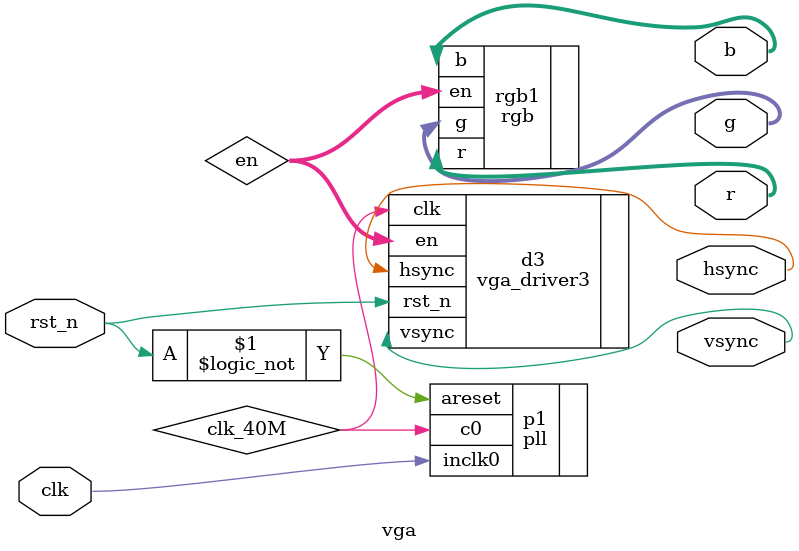
<source format=v>
module vga(clk, rst_n, r, g, b, hsync, vsync);

	input clk, rst_n;
	
	output [2:0] r, g;
	output [1:0] b;
	output hsync, vsync;
	
	wire [7:0] en;
	
	pll p1(.areset(!rst_n), .inclk0(clk), .c0(clk_40M));
	
//	vga_driver d1(.clk(clk_40M), .rst_n(rst_n), .en(en), .hsync(hsync), .vsync(vsync));
	vga_driver3 d3(.clk(clk_40M), .rst_n(rst_n), .en(en), .hsync(hsync), .vsync(vsync));
//	vga_driver4 d4(.clk(clk_40M), .rst_n(rst_n), .en(en), .hsync(hsync), .vsync(vsync));
//	vga_driver4_move d4m(.clk(clk_40M), .rst_n(rst_n), .en(en), .hsync(hsync), .vsync(vsync));
	
	rgb rgb1(.en(en), .r(r), .g(g), .b(b));
	

endmodule

</source>
